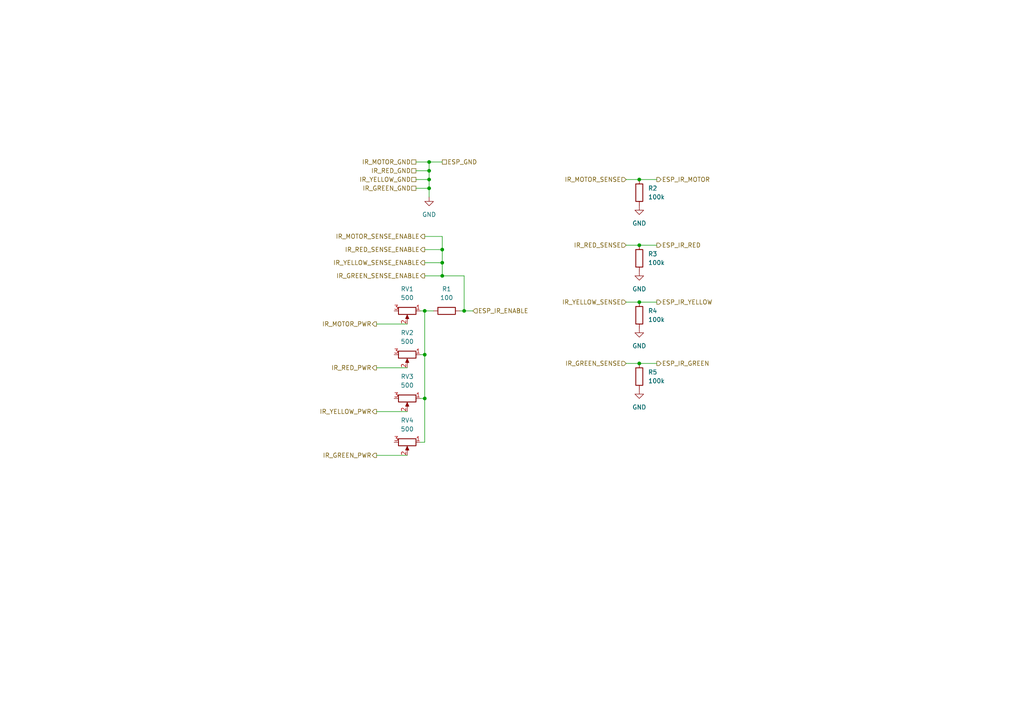
<source format=kicad_sch>
(kicad_sch (version 20211123) (generator eeschema)
  (paper "A4")
  (lib_symbols
    (symbol "Device:R" (pin_numbers hide) (pin_names (offset 0))
      (property "Reference" "R" (at 2.032 0 90))
      (property "Value" "R" (at 0 0 90))
      (symbol "R_0_1"
        (rectangle (start -1.016 -2.54) (end 1.016 2.54) (stroke (width 0.254)))
      )
      (symbol "R_1_1"
        (pin passive line (at 0 3.81 270) (length 1.27) (name "~") (number "1"))
        (pin passive line (at 0 -3.81 90) (length 1.27) (name "~") (number "2"))
      )
    )
    (symbol "Device:R_Potentiometer" (pin_names (offset 1.016) hide)
      (property "Reference" "RV" (at -4.445 0 90))
      (property "Value" "R_Potentiometer" (at -2.54 0 90))
      (symbol "R_Potentiometer_0_1"
        (polyline (pts (xy 2.54 0) (xy 1.524 0)))
        (polyline (pts (xy 1.143 0) (xy 2.286 0.508) (xy 2.286 -0.508) (xy 1.143 0)) (fill (type outline)))
        (rectangle (start 1.016 2.54) (end -1.016 -2.54) (stroke (width 0.254)))
      )
      (symbol "R_Potentiometer_1_1"
        (pin passive line (at 0 3.81 270) (length 1.27) (name "1") (number "1"))
        (pin passive line (at 3.81 0 180) (length 1.27) (name "2") (number "2"))
        (pin passive line (at 0 -3.81 90) (length 1.27) (name "3") (number "3"))
      )
    )
    (symbol "power:GND" (power) (pin_names (offset 0))
      (property "Value" "GND" (at 0 -3.81 0))
      (symbol "GND_0_1"
        (polyline (pts (xy 0 0) (xy 0 -1.27) (xy 1.27 -1.27) (xy 0 -2.54) (xy -1.27 -1.27) (xy 0 -1.27)))
      )
      (symbol "GND_1_1"
        (pin power_in line (at 0 0 270) (length 0) hide (name "GND") (number "1"))
      )
    )
  )
  (junction (at 185.42 87.63))
  (junction (at 124.46 52.07))
  (junction (at 123.19 90.17))
  (junction (at 124.46 49.53))
  (junction (at 128.27 72.39))
  (junction (at 134.62 90.17))
  (junction (at 128.27 76.2))
  (junction (at 124.46 46.99))
  (junction (at 128.27 80.01))
  (junction (at 123.19 102.87))
  (junction (at 185.42 105.41))
  (junction (at 123.19 115.57))
  (junction (at 185.42 71.12))
  (junction (at 185.42 52.07))
  (junction (at 124.46 54.61))
  (wire (pts (xy 123.19 72.39) (xy 128.27 72.39)))
  (wire (pts (xy 109.22 93.98) (xy 118.11 93.98)))
  (wire (pts (xy 181.61 87.63) (xy 185.42 87.63)))
  (wire (pts (xy 133.35 90.17) (xy 134.62 90.17)))
  (wire (pts (xy 109.22 119.38) (xy 118.11 119.38)))
  (wire (pts (xy 134.62 80.01) (xy 128.27 80.01)))
  (wire (pts (xy 123.19 115.57) (xy 123.19 128.27)))
  (wire (pts (xy 109.22 132.08) (xy 118.11 132.08)))
  (wire (pts (xy 124.46 54.61) (xy 124.46 52.07)))
  (wire (pts (xy 181.61 52.07) (xy 185.42 52.07)))
  (wire (pts (xy 123.19 76.2) (xy 128.27 76.2)))
  (wire (pts (xy 124.46 49.53) (xy 124.46 46.99)))
  (wire (pts (xy 124.46 52.07) (xy 124.46 49.53)))
  (wire (pts (xy 134.62 90.17) (xy 134.62 80.01)))
  (wire (pts (xy 185.42 87.63) (xy 190.5 87.63)))
  (wire (pts (xy 128.27 76.2) (xy 128.27 72.39)))
  (wire (pts (xy 185.42 105.41) (xy 190.5 105.41)))
  (wire (pts (xy 185.42 52.07) (xy 190.5 52.07)))
  (wire (pts (xy 109.22 106.68) (xy 118.11 106.68)))
  (wire (pts (xy 121.92 128.27) (xy 123.19 128.27)))
  (wire (pts (xy 185.42 71.12) (xy 190.5 71.12)))
  (wire (pts (xy 120.65 54.61) (xy 124.46 54.61)))
  (wire (pts (xy 120.65 49.53) (xy 124.46 49.53)))
  (wire (pts (xy 121.92 102.87) (xy 123.19 102.87)))
  (wire (pts (xy 128.27 72.39) (xy 128.27 68.58)))
  (wire (pts (xy 121.92 115.57) (xy 123.19 115.57)))
  (wire (pts (xy 124.46 54.61) (xy 124.46 57.15)))
  (wire (pts (xy 123.19 90.17) (xy 125.73 90.17)))
  (wire (pts (xy 134.62 90.17) (xy 137.16 90.17)))
  (wire (pts (xy 121.92 90.17) (xy 123.19 90.17)))
  (wire (pts (xy 123.19 102.87) (xy 123.19 115.57)))
  (wire (pts (xy 124.46 46.99) (xy 128.27 46.99)))
  (wire (pts (xy 120.65 46.99) (xy 124.46 46.99)))
  (wire (pts (xy 128.27 80.01) (xy 128.27 76.2)))
  (wire (pts (xy 181.61 105.41) (xy 185.42 105.41)))
  (wire (pts (xy 123.19 80.01) (xy 128.27 80.01)))
  (wire (pts (xy 123.19 102.87) (xy 123.19 90.17)))
  (wire (pts (xy 120.65 52.07) (xy 124.46 52.07)))
  (wire (pts (xy 123.19 68.58) (xy 128.27 68.58)))
  (wire (pts (xy 181.61 71.12) (xy 185.42 71.12)))
  (hierarchical_label "IR_YELLOW_SENSE_ENABLE" (shape output) (at 123.19 76.2 180))
  (hierarchical_label "IR_YELLOW_PWR" (shape output) (at 109.22 119.38 180))
  (hierarchical_label "IR_GREEN_GND" (shape passive) (at 120.65 54.61 180))
  (hierarchical_label "ESP_IR_MOTOR" (shape output) (at 190.5 52.07 0))
  (hierarchical_label "IR_YELLOW_SENSE" (shape input) (at 181.61 87.63 180))
  (hierarchical_label "IR_GREEN_SENSE_ENABLE" (shape output) (at 123.19 80.01 180))
  (hierarchical_label "IR_MOTOR_GND" (shape passive) (at 120.65 46.99 180))
  (hierarchical_label "ESP_IR_RED" (shape output) (at 190.5 71.12 0))
  (hierarchical_label "IR_MOTOR_PWR" (shape output) (at 109.22 93.98 180))
  (hierarchical_label "IR_YELLOW_GND" (shape passive) (at 120.65 52.07 180))
  (hierarchical_label "IR_GREEN_PWR" (shape output) (at 109.22 132.08 180))
  (hierarchical_label "IR_MOTOR_SENSE_ENABLE" (shape output) (at 123.19 68.58 180))
  (hierarchical_label "IR_RED_PWR" (shape output) (at 109.22 106.68 180))
  (hierarchical_label "IR_MOTOR_SENSE" (shape input) (at 181.61 52.07 180))
  (hierarchical_label "IR_RED_SENSE" (shape input) (at 181.61 71.12 180))
  (hierarchical_label "ESP_GND" (shape passive) (at 128.27 46.99 0))
  (hierarchical_label "ESP_IR_YELLOW" (shape output) (at 190.5 87.63 0))
  (hierarchical_label "ESP_IR_ENABLE" (shape input) (at 137.16 90.17 0))
  (hierarchical_label "ESP_IR_GREEN" (shape output) (at 190.5 105.41 0))
  (hierarchical_label "IR_GREEN_SENSE" (shape input) (at 181.61 105.41 180))
  (hierarchical_label "IR_RED_SENSE_ENABLE" (shape output) (at 123.19 72.39 180))
  (hierarchical_label "IR_RED_GND" (shape passive) (at 120.65 49.53 180))
  (symbol (lib_id "Device:R_Potentiometer") (at 118.11 102.87 270) (unit 1)
    (property "Reference" "RV2" (at 118.11 96.52 90))
    (property "Value" "500" (at 118.11 99.06 90))
  )
  (symbol (lib_id "Device:R") (at 129.54 90.17 90) (unit 1)
    (property "Reference" "R1" (at 129.54 83.82 90))
    (property "Value" "100" (at 129.54 86.36 90))
  )
  (symbol (lib_id "power:GND") (at 124.46 57.15 0) (unit 1)
    (property "Reference" "#PWR?" (effects hide))
    (property "Value" "GND" (at 124.46 62.23 0))
  )
  (symbol (lib_id "Device:R") (at 185.42 109.22 0) (unit 1)
    (property "Reference" "R5" (at 187.96 107.9499 0) (effects (justify left)))
    (property "Value" "100k" (at 187.96 110.4899 0) (effects (justify left)))
  )
  (symbol (lib_id "power:GND") (at 185.42 113.03 0) (unit 1)
    (property "Reference" "#PWR?" (effects hide))
    (property "Value" "GND" (at 185.42 118.11 0))
  )
  (symbol (lib_id "Device:R") (at 185.42 91.44 0) (unit 1)
    (property "Reference" "R4" (at 187.96 90.1699 0) (effects (justify left)))
    (property "Value" "100k" (at 187.96 92.7099 0) (effects (justify left)))
  )
  (symbol (lib_id "power:GND") (at 185.42 59.69 0) (unit 1)
    (property "Reference" "#PWR?" (effects hide))
    (property "Value" "GND" (at 185.42 64.77 0))
  )
  (symbol (lib_id "Device:R_Potentiometer") (at 118.11 115.57 270) (unit 1)
    (property "Reference" "RV3" (at 118.11 109.22 90))
    (property "Value" "500" (at 118.11 111.76 90))
  )
  (symbol (lib_id "power:GND") (at 185.42 95.25 0) (unit 1)
    (property "Reference" "#PWR?" (effects hide))
    (property "Value" "GND" (at 185.42 100.33 0))
  )
  (symbol (lib_id "Device:R") (at 185.42 74.93 0) (unit 1)
    (property "Reference" "R3" (at 187.96 73.6599 0) (effects (justify left)))
    (property "Value" "100k" (at 187.96 76.1999 0) (effects (justify left)))
  )
  (symbol (lib_id "Device:R") (at 185.42 55.88 0) (unit 1)
    (property "Reference" "R2" (at 187.96 54.6099 0) (effects (justify left)))
    (property "Value" "100k" (at 187.96 57.1499 0) (effects (justify left)))
  )
  (symbol (lib_id "Device:R_Potentiometer") (at 118.11 90.17 270) (unit 1)
    (property "Reference" "RV1" (at 118.11 83.82 90))
    (property "Value" "500" (at 118.11 86.36 90))
  )
  (symbol (lib_id "power:GND") (at 185.42 78.74 0) (unit 1)
    (property "Reference" "#PWR?" (effects hide))
    (property "Value" "GND" (at 185.42 83.82 0))
  )
  (symbol (lib_id "Device:R_Potentiometer") (at 118.11 128.27 270) (unit 1)
    (property "Reference" "RV4" (at 118.11 121.92 90))
    (property "Value" "500" (at 118.11 124.46 90))
  )
)
</source>
